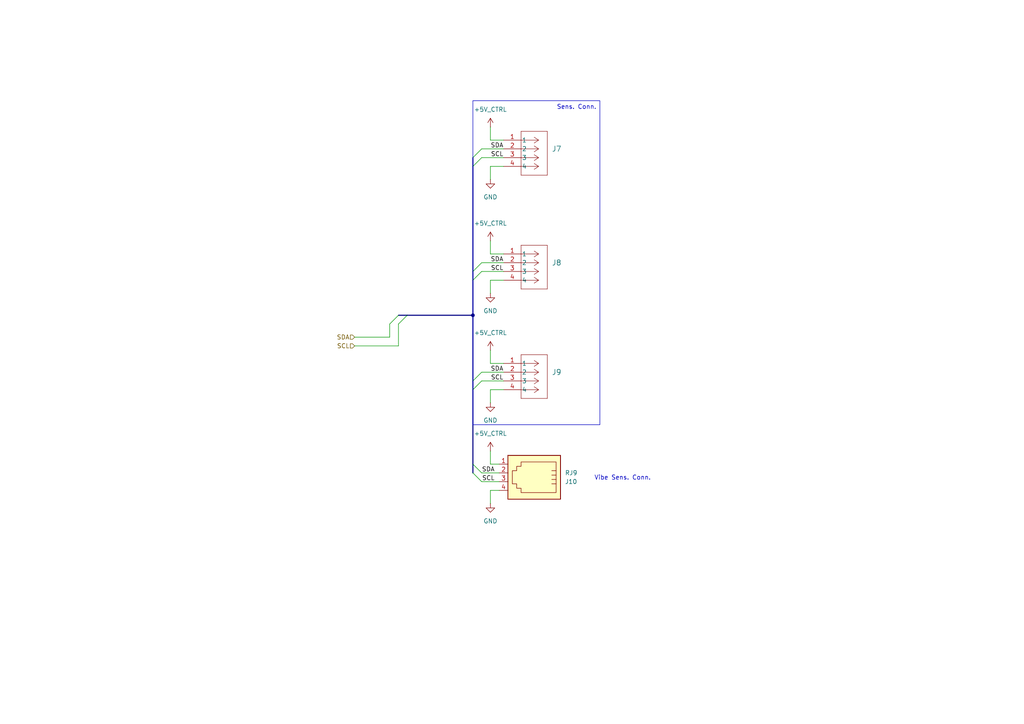
<source format=kicad_sch>
(kicad_sch (version 20231120) (generator "eeschema") (generator_version "8.0")
  (paper "A4")
  (title_block (title "Sensor Connectors") (date "2025-01-13") (company "University of Alberta") (comment 1 "Steven Sager") (comment 2 "Damien Huskic") (comment 3 "Tejash Ravish") (comment 4 "Max Schatz"))
  (lib_symbols
    (symbol "Capstone:S4B-PH-K-SLFSN" (pin_names (offset 0.254))
      (property "Reference" "J" (at 8.89 6.35 0))
      (property "Value" "S4B-PH-K-SLFSN" (at 0 0 0))
      (symbol "S4B-PH-K-SLFSN_1_1"
        (polyline (pts (xy 5.08 -10.16) (xy 12.7 -10.16)) (stroke (width 0.127)))
        (polyline (pts (xy 5.08 2.54) (xy 5.08 -10.16)) (stroke (width 0.127)))
        (polyline (pts (xy 10.16 -7.62) (xy 5.08 -7.62)) (stroke (width 0.127)))
        (polyline (pts (xy 10.16 -7.62) (xy 8.89 -8.4667)) (stroke (width 0.127)))
        (polyline (pts (xy 10.16 -7.62) (xy 8.89 -6.7733)) (stroke (width 0.127)))
        (polyline (pts (xy 10.16 -5.08) (xy 5.08 -5.08)) (stroke (width 0.127)))
        (polyline (pts (xy 10.16 -5.08) (xy 8.89 -5.9267)) (stroke (width 0.127)))
        (polyline (pts (xy 10.16 -5.08) (xy 8.89 -4.2333)) (stroke (width 0.127)))
        (polyline (pts (xy 10.16 -2.54) (xy 5.08 -2.54)) (stroke (width 0.127)))
        (polyline (pts (xy 10.16 -2.54) (xy 8.89 -3.3867)) (stroke (width 0.127)))
        (polyline (pts (xy 10.16 -2.54) (xy 8.89 -1.6933)) (stroke (width 0.127)))
        (polyline (pts (xy 10.16 0) (xy 5.08 0)) (stroke (width 0.127)))
        (polyline (pts (xy 10.16 0) (xy 8.89 -0.8467)) (stroke (width 0.127)))
        (polyline (pts (xy 10.16 0) (xy 8.89 0.8467)) (stroke (width 0.127)))
        (polyline (pts (xy 12.7 -10.16) (xy 12.7 2.54)) (stroke (width 0.127)))
        (polyline (pts (xy 12.7 2.54) (xy 5.08 2.54)) (stroke (width 0.127)))
        (pin unspecified line (at 0 0 0) (length 5.08) (name "1") (number "1"))
        (pin unspecified line (at 0 -2.54 0) (length 5.08) (name "2") (number "2"))
        (pin unspecified line (at 0 -5.08 0) (length 5.08) (name "3") (number "3"))
        (pin unspecified line (at 0 -7.62 0) (length 5.08) (name "4") (number "4"))
      )
      (symbol "S4B-PH-K-SLFSN_1_2"
        (polyline (pts (xy 5.08 -10.16) (xy 12.7 -10.16)) (stroke (width 0.127)))
        (polyline (pts (xy 5.08 2.54) (xy 5.08 -10.16)) (stroke (width 0.127)))
        (polyline (pts (xy 7.62 -7.62) (xy 5.08 -7.62)) (stroke (width 0.127)))
        (polyline (pts (xy 7.62 -7.62) (xy 8.89 -8.4667)) (stroke (width 0.127)))
        (polyline (pts (xy 7.62 -7.62) (xy 8.89 -6.7733)) (stroke (width 0.127)))
        (polyline (pts (xy 7.62 -5.08) (xy 5.08 -5.08)) (stroke (width 0.127)))
        (polyline (pts (xy 7.62 -5.08) (xy 8.89 -5.9267)) (stroke (width 0.127)))
        (polyline (pts (xy 7.62 -5.08) (xy 8.89 -4.2333)) (stroke (width 0.127)))
        (polyline (pts (xy 7.62 -2.54) (xy 5.08 -2.54)) (stroke (width 0.127)))
        (polyline (pts (xy 7.62 -2.54) (xy 8.89 -3.3867)) (stroke (width 0.127)))
        (polyline (pts (xy 7.62 -2.54) (xy 8.89 -1.6933)) (stroke (width 0.127)))
        (polyline (pts (xy 7.62 0) (xy 5.08 0)) (stroke (width 0.127)))
        (polyline (pts (xy 7.62 0) (xy 8.89 -0.8467)) (stroke (width 0.127)))
        (polyline (pts (xy 7.62 0) (xy 8.89 0.8467)) (stroke (width 0.127)))
        (polyline (pts (xy 12.7 -10.16) (xy 12.7 2.54)) (stroke (width 0.127)))
        (polyline (pts (xy 12.7 2.54) (xy 5.08 2.54)) (stroke (width 0.127)))
        (pin unspecified line (at 0 0 0) (length 5.08) (name "1") (number "1"))
        (pin unspecified line (at 0 -2.54 0) (length 5.08) (name "2") (number "2"))
        (pin unspecified line (at 0 -5.08 0) (length 5.08) (name "3") (number "3"))
        (pin unspecified line (at 0 -7.62 0) (length 5.08) (name "4") (number "4"))
      )
    )
    (symbol "Connector:RJ9" (pin_names (offset 1.016))
      (property "Reference" "J" (at -5.08 8.89 0))
      (property "Value" "RJ9" (at 2.54 8.89 0))
      (symbol "RJ9_0_1"
        (polyline (pts (xy -6.35 -0.635) (xy -5.08 -0.635) (xy -5.08 -0.635)))
        (polyline (pts (xy -6.35 0.635) (xy -5.08 0.635) (xy -5.08 0.635)))
        (polyline (pts (xy -6.35 1.905) (xy -5.08 1.905) (xy -5.08 1.905)))
        (polyline (pts (xy -6.35 3.175) (xy -5.08 3.175) (xy -5.08 3.175)))
        (polyline (pts (xy -6.35 -3.175) (xy -6.35 5.715) (xy -1.27 5.715) (xy 3.81 5.715) (xy 3.81 4.445) (xy 5.08 4.445) (xy 5.08 3.175) (xy 6.35 3.175) (xy 6.35 -0.635) (xy 5.08 -0.635) (xy 5.08 -1.905) (xy 3.81 -1.905) (xy 3.81 -3.175) (xy -6.35 -3.175) (xy -6.35 -3.175)))
        (rectangle (start 7.62 7.62) (end -7.62 -5.08) (stroke (width 0.254)) (fill (type background)))
      )
      (symbol "RJ9_1_1"
        (pin passive line (at 10.16 -2.54 180) (length 2.54) (name "~") (number "1"))
        (pin passive line (at 10.16 0 180) (length 2.54) (name "~") (number "2"))
        (pin passive line (at 10.16 2.54 180) (length 2.54) (name "~") (number "3"))
        (pin passive line (at 10.16 5.08 180) (length 2.54) (name "~") (number "4"))
      )
    )
    (symbol "power:+5V" (power) (pin_numbers hide) (pin_names (offset 0) hide)
      (property "Value" "+5V" (at 0 3.556 0))
      (symbol "+5V_0_1"
        (polyline (pts (xy -0.762 1.27) (xy 0 2.54)))
        (polyline (pts (xy 0 0) (xy 0 2.54)))
        (polyline (pts (xy 0 2.54) (xy 0.762 1.27)))
      )
      (symbol "+5V_1_1"
        (pin power_in line (at 0 0 90) (length 0) (name "~") (number "1"))
      )
    )
    (symbol "power:GND" (power) (pin_numbers hide) (pin_names (offset 0) hide)
      (property "Value" "GND" (at 0 -3.81 0))
      (symbol "GND_0_1"
        (polyline (pts (xy 0 0) (xy 0 -1.27) (xy 1.27 -1.27) (xy 0 -2.54) (xy -1.27 -1.27) (xy 0 -1.27)))
      )
      (symbol "GND_1_1"
        (pin power_in line (at 0 0 270) (length 0) (name "~") (number "1"))
      )
    )
  )
  (junction (at 137.16 91.44))
  (bus_entry (at 139.7 45.72) (size -2.54 2.54))
  (bus_entry (at 139.7 107.95) (size -2.54 2.54))
  (bus_entry (at 115.57 91.44) (size -2.54 2.54))
  (bus_entry (at 139.7 110.49) (size -2.54 2.54))
  (bus_entry (at 137.16 137.16) (size 2.54 2.54))
  (bus_entry (at 118.11 91.44) (size -2.54 2.54))
  (bus_entry (at 139.7 78.74) (size -2.54 2.54))
  (bus_entry (at 137.16 134.62) (size 2.54 2.54))
  (bus_entry (at 139.7 43.18) (size -2.54 2.54))
  (bus_entry (at 139.7 76.2) (size -2.54 2.54))
  (wire (pts (xy 146.05 105.41) (xy 142.24 105.41)))
  (bus (pts (xy 137.16 91.44) (xy 137.16 110.49)))
  (wire (pts (xy 142.24 85.09) (xy 142.24 81.28)))
  (bus (pts (xy 137.16 113.03) (xy 137.16 134.62)))
  (bus (pts (xy 137.16 134.62) (xy 137.16 137.16)))
  (wire (pts (xy 142.24 116.84) (xy 142.24 113.03)))
  (wire (pts (xy 139.7 45.72) (xy 146.05 45.72)))
  (wire (pts (xy 139.7 139.7) (xy 144.78 139.7)))
  (wire (pts (xy 139.7 76.2) (xy 146.05 76.2)))
  (wire (pts (xy 142.24 142.24) (xy 144.78 142.24)))
  (wire (pts (xy 144.78 134.62) (xy 142.24 134.62)))
  (wire (pts (xy 142.24 48.26) (xy 146.05 48.26)))
  (bus (pts (xy 137.16 48.26) (xy 137.16 78.74)))
  (wire (pts (xy 142.24 40.64) (xy 142.24 36.83)))
  (bus (pts (xy 137.16 81.28) (xy 137.16 91.44)))
  (bus (pts (xy 137.16 110.49) (xy 137.16 113.03)))
  (wire (pts (xy 142.24 134.62) (xy 142.24 130.81)))
  (wire (pts (xy 142.24 146.05) (xy 142.24 142.24)))
  (wire (pts (xy 146.05 73.66) (xy 142.24 73.66)))
  (bus (pts (xy 118.11 91.44) (xy 137.16 91.44)))
  (bus (pts (xy 115.57 91.44) (xy 118.11 91.44)))
  (wire (pts (xy 102.87 97.79) (xy 113.03 97.79)))
  (wire (pts (xy 142.24 81.28) (xy 146.05 81.28)))
  (wire (pts (xy 146.05 40.64) (xy 142.24 40.64)))
  (wire (pts (xy 139.7 137.16) (xy 144.78 137.16)))
  (wire (pts (xy 142.24 105.41) (xy 142.24 101.6)))
  (wire (pts (xy 115.57 93.98) (xy 115.57 100.33)))
  (wire (pts (xy 113.03 93.98) (xy 113.03 97.79)))
  (bus (pts (xy 137.16 45.72) (xy 137.16 48.26)))
  (bus (pts (xy 137.16 78.74) (xy 137.16 81.28)))
  (wire (pts (xy 102.87 100.33) (xy 115.57 100.33)))
  (wire (pts (xy 139.7 43.18) (xy 146.05 43.18)))
  (wire (pts (xy 142.24 52.07) (xy 142.24 48.26)))
  (wire (pts (xy 139.7 78.74) (xy 146.05 78.74)))
  (wire (pts (xy 139.7 107.95) (xy 146.05 107.95)))
  (wire (pts (xy 139.7 110.49) (xy 146.05 110.49)))
  (wire (pts (xy 142.24 113.03) (xy 146.05 113.03)))
  (wire (pts (xy 142.24 73.66) (xy 142.24 69.85)))
  (text_box "Sens. Conn." (at 137.16 29.21 0) (size 36.83 93.98) (effects (font (size 1.27 1.27)) (justify right top)))
  (text "Vibe Sens. Conn." (at 180.594 138.684 0) (effects (font (size 1.27 1.27))))
  (label "SDA" (at 146.05 107.95 180))
  (label "SDA" (at 146.05 76.2 180))
  (label "SDA" (at 146.05 43.18 180))
  (label "SCL" (at 143.51 139.7 180))
  (label "SCL" (at 146.05 45.72 180))
  (label "SCL" (at 146.05 78.74 180))
  (label "SCL" (at 146.05 110.49 180))
  (label "SDA" (at 143.51 137.16 180))
  (hierarchical_label "SDA" (shape input) (at 102.87 97.79 180))
  (hierarchical_label "SCL" (shape input) (at 102.87 100.33 180))
  (symbol (lib_id "Connector:RJ9") (at 154.94 137.16 180) (unit 1)
    (property "Reference" "J10" (at 163.83 139.7001 0) (effects (justify right)))
    (property "Value" "RJ9" (at 163.83 137.1601 0) (effects (justify right)))
    (property "Footprint" "Connector_RJ:RJ9_Evercom_5301-440xxx_Horizontal" (effects (hide yes)))
    (property "Description" "RJ connector, 4P4C (4 positions 4 connected)" (effects (hide yes)))
  )
  (symbol (lib_id "power:+5V") (at 142.24 130.81 0) (unit 1)
    (property "Reference" "#PWR043" (effects (hide yes)))
    (property "Value" "+5V_CTRL" (at 142.24 125.73 0))
    (property "Description" "Power symbol creates a global label with name \"+5V\"" (effects (hide yes)))
  )
  (symbol (lib_id "power:GND") (at 142.24 52.07 0) (unit 1)
    (property "Reference" "#PWR038" (effects (hide yes)))
    (property "Value" "GND" (at 142.24 57.15 0))
    (property "Description" "Power symbol creates a global label with name \"GND\" , ground" (effects (hide yes)))
  )
  (symbol (lib_id "Capstone:S4B-PH-K-SLFSN") (at 146.05 40.64 0) (unit 1)
    (property "Reference" "J7" (at 160.02 43.1799 0) (effects (font (size 1.524 1.524)) (justify left)))
    (property "Value" "S4B-PH-K-SLFSN" (effects (hide yes)))
    (property "Footprint" "Capstone:CONN_S4B-PH-K-S_JST" (effects (hide yes)))
    (property "Datasheet" "S4B-PH-K-SLFSN" (effects (hide yes)))
  )
  (symbol (lib_id "Capstone:S4B-PH-K-SLFSN") (at 146.05 105.41 0) (unit 1)
    (property "Reference" "J9" (at 160.02 107.9499 0) (effects (font (size 1.524 1.524)) (justify left)))
    (property "Value" "S4B-PH-K-SLFSN" (effects (hide yes)))
    (property "Footprint" "Capstone:CONN_S4B-PH-K-S_JST" (effects (hide yes)))
    (property "Datasheet" "S4B-PH-K-SLFSN" (effects (hide yes)))
  )
  (symbol (lib_id "Capstone:S4B-PH-K-SLFSN") (at 146.05 73.66 0) (unit 1)
    (property "Reference" "J8" (at 160.02 76.1999 0) (effects (font (size 1.524 1.524)) (justify left)))
    (property "Value" "S4B-PH-K-SLFSN" (effects (hide yes)))
    (property "Footprint" "Capstone:CONN_S4B-PH-K-S_JST" (effects (hide yes)))
    (property "Datasheet" "S4B-PH-K-SLFSN" (effects (hide yes)))
  )
  (symbol (lib_id "power:GND") (at 142.24 85.09 0) (unit 1)
    (property "Reference" "#PWR040" (effects (hide yes)))
    (property "Value" "GND" (at 142.24 90.17 0))
    (property "Description" "Power symbol creates a global label with name \"GND\" , ground" (effects (hide yes)))
  )
  (symbol (lib_id "power:+5V") (at 142.24 69.85 0) (unit 1)
    (property "Reference" "#PWR039" (effects (hide yes)))
    (property "Value" "+5V_CTRL" (at 142.24 64.77 0))
    (property "Description" "Power symbol creates a global label with name \"+5V\"" (effects (hide yes)))
  )
  (symbol (lib_id "power:+5V") (at 142.24 36.83 0) (unit 1)
    (property "Reference" "#PWR034" (effects (hide yes)))
    (property "Value" "+5V_CTRL" (at 142.24 31.75 0))
    (property "Description" "Power symbol creates a global label with name \"+5V\"" (effects (hide yes)))
  )
  (symbol (lib_id "power:GND") (at 142.24 116.84 0) (unit 1)
    (property "Reference" "#PWR042" (effects (hide yes)))
    (property "Value" "GND" (at 142.24 121.92 0))
    (property "Description" "Power symbol creates a global label with name \"GND\" , ground" (effects (hide yes)))
  )
  (symbol (lib_id "power:GND") (at 142.24 146.05 0) (unit 1)
    (property "Reference" "#PWR044" (effects (hide yes)))
    (property "Value" "GND" (at 142.24 151.13 0))
    (property "Description" "Power symbol creates a global label with name \"GND\" , ground" (effects (hide yes)))
  )
  (symbol (lib_id "power:+5V") (at 142.24 101.6 0) (unit 1)
    (property "Reference" "#PWR041" (effects (hide yes)))
    (property "Value" "+5V_CTRL" (at 142.24 96.52 0))
    (property "Description" "Power symbol creates a global label with name \"+5V\"" (effects (hide yes)))
  )
)
</source>
